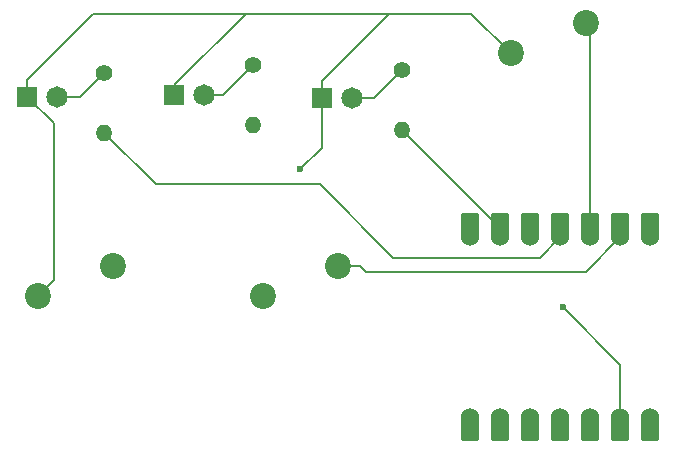
<source format=gbr>
%TF.GenerationSoftware,KiCad,Pcbnew,9.0.1*%
%TF.CreationDate,2025-07-02T16:10:44-04:00*%
%TF.ProjectId,pathfinder,70617468-6669-46e6-9465-722e6b696361,rev?*%
%TF.SameCoordinates,Original*%
%TF.FileFunction,Copper,L1,Top*%
%TF.FilePolarity,Positive*%
%FSLAX46Y46*%
G04 Gerber Fmt 4.6, Leading zero omitted, Abs format (unit mm)*
G04 Created by KiCad (PCBNEW 9.0.1) date 2025-07-02 16:10:44*
%MOMM*%
%LPD*%
G01*
G04 APERTURE LIST*
G04 Aperture macros list*
%AMRoundRect*
0 Rectangle with rounded corners*
0 $1 Rounding radius*
0 $2 $3 $4 $5 $6 $7 $8 $9 X,Y pos of 4 corners*
0 Add a 4 corners polygon primitive as box body*
4,1,4,$2,$3,$4,$5,$6,$7,$8,$9,$2,$3,0*
0 Add four circle primitives for the rounded corners*
1,1,$1+$1,$2,$3*
1,1,$1+$1,$4,$5*
1,1,$1+$1,$6,$7*
1,1,$1+$1,$8,$9*
0 Add four rect primitives between the rounded corners*
20,1,$1+$1,$2,$3,$4,$5,0*
20,1,$1+$1,$4,$5,$6,$7,0*
20,1,$1+$1,$6,$7,$8,$9,0*
20,1,$1+$1,$8,$9,$2,$3,0*%
G04 Aperture macros list end*
%TA.AperFunction,ComponentPad*%
%ADD10C,1.815000*%
%TD*%
%TA.AperFunction,ComponentPad*%
%ADD11R,1.815000X1.815000*%
%TD*%
%TA.AperFunction,SMDPad,CuDef*%
%ADD12RoundRect,0.152400X0.609600X-1.063600X0.609600X1.063600X-0.609600X1.063600X-0.609600X-1.063600X0*%
%TD*%
%TA.AperFunction,ComponentPad*%
%ADD13C,1.524000*%
%TD*%
%TA.AperFunction,SMDPad,CuDef*%
%ADD14RoundRect,0.152400X-0.609600X1.063600X-0.609600X-1.063600X0.609600X-1.063600X0.609600X1.063600X0*%
%TD*%
%TA.AperFunction,ComponentPad*%
%ADD15C,1.400000*%
%TD*%
%TA.AperFunction,ComponentPad*%
%ADD16O,1.400000X1.400000*%
%TD*%
%TA.AperFunction,ComponentPad*%
%ADD17C,2.200000*%
%TD*%
%TA.AperFunction,ViaPad*%
%ADD18C,0.600000*%
%TD*%
%TA.AperFunction,Conductor*%
%ADD19C,0.200000*%
%TD*%
G04 APERTURE END LIST*
D10*
%TO.P,LED2,A*%
%TO.N,Net-(D2-PadA)*%
X134770000Y-54000000D03*
D11*
%TO.P,LED2,C*%
%TO.N,GND*%
X132230000Y-54000000D03*
%TD*%
D10*
%TO.P,LED3,A*%
%TO.N,Net-(D3-PadA)*%
X147270000Y-54225000D03*
D11*
%TO.P,LED3,C*%
%TO.N,GND*%
X144730000Y-54225000D03*
%TD*%
D12*
%TO.P,U1,1,GPIO26/ADC0/A0*%
%TO.N,button1*%
X172540000Y-65165000D03*
D13*
X172540000Y-66000000D03*
D12*
%TO.P,U1,2,GPIO27/ADC1/A1*%
%TO.N,button2*%
X170000000Y-65165000D03*
D13*
X170000000Y-66000000D03*
D12*
%TO.P,U1,3,GPIO28/ADC2/A2*%
%TO.N,button3*%
X167460000Y-65165000D03*
D13*
X167460000Y-66000000D03*
D12*
%TO.P,U1,4,GPIO29/ADC3/A3*%
%TO.N,LED1*%
X164920000Y-65165000D03*
D13*
X164920000Y-66000000D03*
D12*
%TO.P,U1,5,GPIO6/SDA*%
%TO.N,LED2*%
X162380000Y-65165000D03*
D13*
X162380000Y-66000000D03*
D12*
%TO.P,U1,6,GPIO7/SCL*%
%TO.N,LED3*%
X159840000Y-65165000D03*
D13*
X159840000Y-66000000D03*
D12*
%TO.P,U1,7,GPIO0/TX*%
%TO.N,unconnected-(U1-GPIO0{slash}TX-Pad7)*%
X157300000Y-65165000D03*
D13*
X157300000Y-66000000D03*
%TO.P,U1,8,GPIO1/RX*%
%TO.N,unconnected-(U1-GPIO1{slash}RX-Pad8)*%
X157300000Y-81240000D03*
D14*
X157300000Y-82075000D03*
D13*
%TO.P,U1,9,GPIO2/SCK*%
%TO.N,unconnected-(U1-GPIO2{slash}SCK-Pad9)*%
X159840000Y-81240000D03*
D14*
X159840000Y-82075000D03*
D13*
%TO.P,U1,10,GPIO4/MISO*%
%TO.N,unconnected-(U1-GPIO4{slash}MISO-Pad10)*%
X162380000Y-81240000D03*
D14*
X162380000Y-82075000D03*
D13*
%TO.P,U1,11,GPIO3/MOSI*%
%TO.N,unconnected-(U1-GPIO3{slash}MOSI-Pad11)*%
X164920000Y-81240000D03*
D14*
X164920000Y-82075000D03*
D13*
%TO.P,U1,12,3V3*%
%TO.N,unconnected-(U1-3V3-Pad12)*%
X167460000Y-81240000D03*
D14*
X167460000Y-82075000D03*
D13*
%TO.P,U1,13,GND*%
%TO.N,GND*%
X170000000Y-81240000D03*
D14*
X170000000Y-82075000D03*
D13*
%TO.P,U1,14,VBUS*%
%TO.N,unconnected-(U1-VBUS-Pad14)*%
X172540000Y-81240000D03*
D14*
X172540000Y-82075000D03*
%TD*%
D15*
%TO.P,R1,1*%
%TO.N,Net-(D1-PadA)*%
X126250000Y-52085000D03*
D16*
%TO.P,R1,2*%
%TO.N,LED1*%
X126250000Y-57165000D03*
%TD*%
D17*
%TO.P,SW2,1,1*%
%TO.N,button2*%
X146040000Y-68420000D03*
%TO.P,SW2,2,2*%
%TO.N,GND*%
X139690000Y-70960000D03*
%TD*%
D10*
%TO.P,LED1,A*%
%TO.N,Net-(D1-PadA)*%
X122275000Y-54125000D03*
D11*
%TO.P,LED1,C*%
%TO.N,GND*%
X119735000Y-54125000D03*
%TD*%
D15*
%TO.P,R2,1*%
%TO.N,Net-(D2-PadA)*%
X138900000Y-51460000D03*
D16*
%TO.P,R2,2*%
%TO.N,LED2*%
X138900000Y-56540000D03*
%TD*%
D17*
%TO.P,SW3,1,1*%
%TO.N,button3*%
X167040000Y-47920000D03*
%TO.P,SW3,2,2*%
%TO.N,GND*%
X160690000Y-50460000D03*
%TD*%
D15*
%TO.P,R3,1*%
%TO.N,Net-(D3-PadA)*%
X151500000Y-51860000D03*
D16*
%TO.P,R3,2*%
%TO.N,LED3*%
X151500000Y-56940000D03*
%TD*%
D17*
%TO.P,SW1,1,1*%
%TO.N,button1*%
X127040000Y-68420000D03*
%TO.P,SW1,2,2*%
%TO.N,GND*%
X120690000Y-70960000D03*
%TD*%
D18*
%TO.N,GND*%
X165100000Y-71900000D03*
X142900000Y-60275000D03*
%TD*%
D19*
%TO.N,Net-(D1-PadA)*%
X122275000Y-54125000D02*
X124210000Y-54125000D01*
X124210000Y-54125000D02*
X126250000Y-52085000D01*
%TO.N,GND*%
X144730000Y-58445000D02*
X144730000Y-52800000D01*
X119735000Y-54125000D02*
X119735000Y-52700000D01*
X142900000Y-60275000D02*
X144730000Y-58445000D01*
X149715000Y-47815000D02*
X149715000Y-47810000D01*
X125335000Y-47100000D02*
X138400000Y-47100000D01*
X157330000Y-47100000D02*
X160690000Y-50460000D01*
X122000000Y-56390000D02*
X122000000Y-69650000D01*
X119735000Y-54125000D02*
X122000000Y-56390000D01*
X138400000Y-47100000D02*
X138300000Y-47100000D01*
X138300000Y-47100000D02*
X132230000Y-53170000D01*
X144730000Y-52800000D02*
X149715000Y-47815000D01*
X170000000Y-76800000D02*
X170000000Y-81240000D01*
X150425000Y-47100000D02*
X157330000Y-47100000D01*
X149715000Y-47810000D02*
X150425000Y-47100000D01*
X165100000Y-71900000D02*
X170000000Y-76800000D01*
X122000000Y-69650000D02*
X120690000Y-70960000D01*
X138400000Y-47100000D02*
X150425000Y-47100000D01*
X132230000Y-53170000D02*
X132230000Y-54000000D01*
X119735000Y-52700000D02*
X125335000Y-47100000D01*
%TO.N,Net-(D2-PadA)*%
X134770000Y-54000000D02*
X136360000Y-54000000D01*
X136360000Y-54000000D02*
X138900000Y-51460000D01*
%TO.N,Net-(D3-PadA)*%
X149135000Y-54225000D02*
X151500000Y-51860000D01*
X147270000Y-54225000D02*
X149135000Y-54225000D01*
%TO.N,LED1*%
X144550000Y-61550000D02*
X150775000Y-67775000D01*
X150775000Y-67775000D02*
X163145000Y-67775000D01*
X163145000Y-67775000D02*
X164920000Y-66000000D01*
X126250000Y-57165000D02*
X130635000Y-61550000D01*
X130635000Y-61550000D02*
X144550000Y-61550000D01*
%TO.N,LED3*%
X159840000Y-64355000D02*
X159840000Y-65165000D01*
X159725000Y-65165000D02*
X159840000Y-65165000D01*
X151500000Y-56940000D02*
X159725000Y-65165000D01*
%TO.N,button2*%
X147960000Y-68420000D02*
X146040000Y-68420000D01*
X148490000Y-68950000D02*
X147960000Y-68420000D01*
X167050000Y-68950000D02*
X170000000Y-66000000D01*
X148490000Y-68950000D02*
X167050000Y-68950000D01*
%TO.N,button3*%
X167460000Y-48340000D02*
X167040000Y-47920000D01*
X167400000Y-65105000D02*
X167460000Y-65165000D01*
X167460000Y-65165000D02*
X167460000Y-48340000D01*
%TD*%
M02*

</source>
